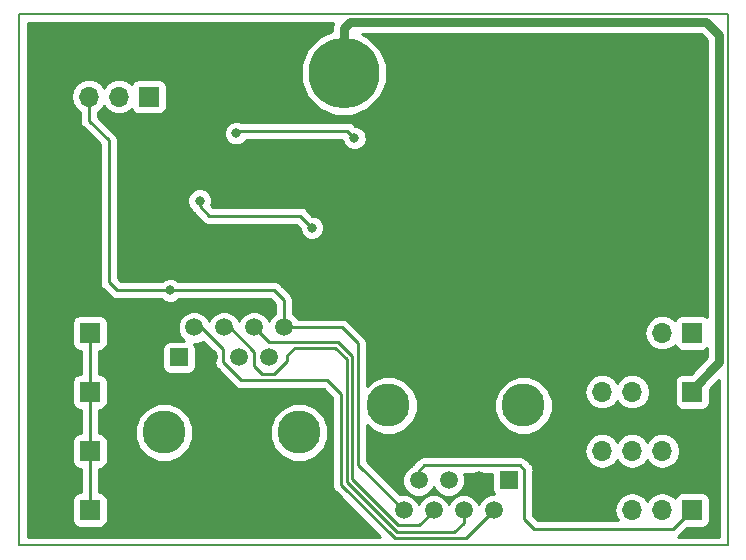
<source format=gbr>
G04 #@! TF.GenerationSoftware,KiCad,Pcbnew,(5.0.0)*
G04 #@! TF.CreationDate,2019-04-11T14:41:24-07:00*
G04 #@! TF.ProjectId,USP-Board,5553502D426F6172642E6B696361645F,rev?*
G04 #@! TF.SameCoordinates,Original*
G04 #@! TF.FileFunction,Copper,L2,Bot,Signal*
G04 #@! TF.FilePolarity,Positive*
%FSLAX46Y46*%
G04 Gerber Fmt 4.6, Leading zero omitted, Abs format (unit mm)*
G04 Created by KiCad (PCBNEW (5.0.0)) date 04/11/19 14:41:24*
%MOMM*%
%LPD*%
G01*
G04 APERTURE LIST*
G04 #@! TA.AperFunction,NonConductor*
%ADD10C,0.200000*%
G04 #@! TD*
G04 #@! TA.AperFunction,WasherPad*
%ADD11C,3.650000*%
G04 #@! TD*
G04 #@! TA.AperFunction,ComponentPad*
%ADD12R,1.500000X1.500000*%
G04 #@! TD*
G04 #@! TA.AperFunction,ComponentPad*
%ADD13C,1.500000*%
G04 #@! TD*
G04 #@! TA.AperFunction,ComponentPad*
%ADD14O,1.700000X1.700000*%
G04 #@! TD*
G04 #@! TA.AperFunction,ComponentPad*
%ADD15R,1.700000X1.700000*%
G04 #@! TD*
G04 #@! TA.AperFunction,ComponentPad*
%ADD16C,6.000000*%
G04 #@! TD*
G04 #@! TA.AperFunction,ViaPad*
%ADD17C,0.800000*%
G04 #@! TD*
G04 #@! TA.AperFunction,Conductor*
%ADD18C,0.250000*%
G04 #@! TD*
G04 #@! TA.AperFunction,Conductor*
%ADD19C,0.750000*%
G04 #@! TD*
G04 #@! TA.AperFunction,Conductor*
%ADD20C,0.254000*%
G04 #@! TD*
G04 APERTURE END LIST*
D10*
X130000000Y-135000000D02*
X130000000Y-90000000D01*
X190000000Y-135000000D02*
X130000000Y-135000000D01*
X190000000Y-90000000D02*
X190000000Y-135000000D01*
X130000000Y-90000000D02*
X190000000Y-90000000D01*
D11*
G04 #@! TO.P,J10,*
G04 #@! TO.N,*
X153715000Y-125435001D03*
X142285000Y-125435001D03*
D12*
G04 #@! TO.P,J10,1*
G04 #@! TO.N,I2C_SDA*
X143550000Y-119085001D03*
D13*
G04 #@! TO.P,J10,2*
G04 #@! TO.N,I2C_SCL*
X144820000Y-116545001D03*
G04 #@! TO.P,J10,3*
G04 #@! TO.N,GND*
X146090000Y-119085001D03*
G04 #@! TO.P,J10,4*
G04 #@! TO.N,+3V3*
X147360000Y-116545001D03*
G04 #@! TO.P,J10,5*
G04 #@! TO.N,EXT_Temp_0*
X148630000Y-119085001D03*
G04 #@! TO.P,J10,6*
G04 #@! TO.N,EXT_Temp_1*
X149900000Y-116545001D03*
G04 #@! TO.P,J10,7*
G04 #@! TO.N,EXT_PWM_LED*
X151170000Y-119085001D03*
G04 #@! TO.P,J10,8*
G04 #@! TO.N,+5V*
X152440000Y-116545001D03*
G04 #@! TD*
G04 #@! TO.P,J11,8*
G04 #@! TO.N,+5V*
X162560000Y-132035001D03*
G04 #@! TO.P,J11,7*
G04 #@! TO.N,EXT_PWM_LED*
X163830000Y-129495001D03*
G04 #@! TO.P,J11,6*
G04 #@! TO.N,EXT_Temp_1*
X165100000Y-132035001D03*
G04 #@! TO.P,J11,5*
G04 #@! TO.N,EXT_Temp_0*
X166370000Y-129495001D03*
G04 #@! TO.P,J11,4*
G04 #@! TO.N,+3V3*
X167640000Y-132035001D03*
G04 #@! TO.P,J11,3*
G04 #@! TO.N,GND*
X168910000Y-129495001D03*
G04 #@! TO.P,J11,2*
G04 #@! TO.N,I2C_SCL*
X170180000Y-132035001D03*
D12*
G04 #@! TO.P,J11,1*
G04 #@! TO.N,I2C_SDA*
X171450000Y-129495001D03*
D11*
G04 #@! TO.P,J11,*
G04 #@! TO.N,*
X172715000Y-123145001D03*
X161285000Y-123145001D03*
G04 #@! TD*
D14*
G04 #@! TO.P,J1,2*
G04 #@! TO.N,GND*
X133460000Y-132000000D03*
D15*
G04 #@! TO.P,J1,1*
G04 #@! TO.N,Leak_Probe*
X136000000Y-132000000D03*
G04 #@! TD*
G04 #@! TO.P,J2,1*
G04 #@! TO.N,Leak_Probe*
X136000000Y-122000000D03*
D14*
G04 #@! TO.P,J2,2*
G04 #@! TO.N,GND*
X133460000Y-122000000D03*
G04 #@! TD*
G04 #@! TO.P,J3,2*
G04 #@! TO.N,GND*
X133460000Y-127000000D03*
D15*
G04 #@! TO.P,J3,1*
G04 #@! TO.N,Leak_Probe*
X136000000Y-127000000D03*
G04 #@! TD*
G04 #@! TO.P,J4,1*
G04 #@! TO.N,Leak_Probe*
X136000000Y-117000000D03*
D14*
G04 #@! TO.P,J4,2*
G04 #@! TO.N,GND*
X133460000Y-117000000D03*
G04 #@! TD*
G04 #@! TO.P,J6,3*
G04 #@! TO.N,Net-(J6-Pad3)*
X181920000Y-132000000D03*
G04 #@! TO.P,J6,2*
G04 #@! TO.N,Net-(J6-Pad2)*
X184460000Y-132000000D03*
D15*
G04 #@! TO.P,J6,1*
G04 #@! TO.N,EXT_PWM_LED*
X187000000Y-132000000D03*
G04 #@! TD*
D14*
G04 #@! TO.P,J7,4*
G04 #@! TO.N,I2C_SDA*
X179380000Y-122000000D03*
G04 #@! TO.P,J7,3*
G04 #@! TO.N,I2C_SCL*
X181920000Y-122000000D03*
G04 #@! TO.P,J7,2*
G04 #@! TO.N,GND*
X184460000Y-122000000D03*
D15*
G04 #@! TO.P,J7,1*
G04 #@! TO.N,+12V*
X187000000Y-122000000D03*
G04 #@! TD*
G04 #@! TO.P,J8,1*
G04 #@! TO.N,+5V*
X187000000Y-117000000D03*
D14*
G04 #@! TO.P,J8,2*
G04 #@! TO.N,ANLG_HAL_SENS*
X184460000Y-117000000D03*
G04 #@! TO.P,J8,3*
G04 #@! TO.N,GND*
X181920000Y-117000000D03*
G04 #@! TD*
D15*
G04 #@! TO.P,J9,1*
G04 #@! TO.N,GND*
X187000000Y-127000000D03*
D14*
G04 #@! TO.P,J9,2*
G04 #@! TO.N,+3V3*
X184460000Y-127000000D03*
G04 #@! TO.P,J9,3*
G04 #@! TO.N,I2C_SCL*
X181920000Y-127000000D03*
G04 #@! TO.P,J9,4*
G04 #@! TO.N,I2C_SDA*
X179380000Y-127000000D03*
G04 #@! TD*
D15*
G04 #@! TO.P,J12,1*
G04 #@! TO.N,Net-(J12-Pad1)*
X141000000Y-97000000D03*
D14*
G04 #@! TO.P,J12,2*
G04 #@! TO.N,Net-(J12-Pad2)*
X138460000Y-97000000D03*
G04 #@! TO.P,J12,3*
G04 #@! TO.N,+5V*
X135920000Y-97000000D03*
G04 #@! TO.P,J12,4*
G04 #@! TO.N,GND*
X133380000Y-97000000D03*
G04 #@! TD*
D16*
G04 #@! TO.P,J13,1*
G04 #@! TO.N,GND*
X165000000Y-95000000D03*
G04 #@! TO.P,J13,2*
G04 #@! TO.N,+12V*
X157500000Y-95000000D03*
G04 #@! TD*
D17*
G04 #@! TO.N,+5V*
X142800000Y-113400000D03*
G04 #@! TO.N,Leak_Sig*
X145300000Y-105800000D03*
X154800000Y-108100000D03*
G04 #@! TO.N,GND*
X154900000Y-109800000D03*
X165600000Y-111800000D03*
X159700000Y-100400000D03*
X153900000Y-101600000D03*
X131600000Y-107700000D03*
X141000000Y-103900000D03*
G04 #@! TO.N,Net-(C3-Pad1)*
X148400000Y-100100000D03*
X158400000Y-100500000D03*
G04 #@! TD*
D18*
G04 #@! TO.N,+5V*
X152440000Y-116545001D02*
X152440000Y-114240000D01*
X151600000Y-113400000D02*
X142800000Y-113400000D01*
X152440000Y-114240000D02*
X151600000Y-113400000D01*
X152440000Y-116545001D02*
X157345001Y-116545001D01*
X158700000Y-128175001D02*
X162560000Y-132035001D01*
X158700000Y-117900000D02*
X158700000Y-128175001D01*
X157345001Y-116545001D02*
X158700000Y-117900000D01*
X142800000Y-113400000D02*
X138300000Y-113400000D01*
X135920000Y-99020000D02*
X135920000Y-97000000D01*
X137600000Y-100700000D02*
X135920000Y-99020000D01*
X137600000Y-112700000D02*
X137600000Y-100700000D01*
X138300000Y-113400000D02*
X137600000Y-112700000D01*
G04 #@! TO.N,Leak_Sig*
X145300000Y-106300000D02*
X145300000Y-105800000D01*
X146100000Y-107100000D02*
X145300000Y-106300000D01*
X153800000Y-107100000D02*
X146100000Y-107100000D01*
X154800000Y-108100000D02*
X153800000Y-107100000D01*
G04 #@! TO.N,GND*
X165600000Y-111800000D02*
X165600000Y-111900000D01*
G04 #@! TO.N,I2C_SCL*
X144820000Y-116545001D02*
X145445001Y-116545001D01*
X167815001Y-134400000D02*
X170180000Y-132035001D01*
X161800000Y-134400000D02*
X167815001Y-134400000D01*
X157299996Y-129899996D02*
X161800000Y-134400000D01*
X157299996Y-122199996D02*
X157299996Y-129899996D01*
X156100000Y-121000000D02*
X157299996Y-122199996D01*
X148800000Y-121000000D02*
X156100000Y-121000000D01*
X147300000Y-119500000D02*
X148800000Y-121000000D01*
X147300000Y-118400000D02*
X147300000Y-119500000D01*
X145445001Y-116545001D02*
X147300000Y-118400000D01*
G04 #@! TO.N,+3V3*
X167640000Y-132035001D02*
X167640000Y-133060000D01*
X147845001Y-116545001D02*
X147360000Y-116545001D01*
X149900000Y-118600000D02*
X147845001Y-116545001D01*
X149900000Y-119800000D02*
X149900000Y-118600000D01*
X150600000Y-120500000D02*
X149900000Y-119800000D01*
X151600000Y-120500000D02*
X150600000Y-120500000D01*
X152700000Y-119400000D02*
X151600000Y-120500000D01*
X152700000Y-118900000D02*
X152700000Y-119400000D01*
X153349998Y-118250002D02*
X152700000Y-118900000D01*
X156800000Y-118250002D02*
X153349998Y-118250002D01*
X157749998Y-119200000D02*
X156800000Y-118250002D01*
X157749998Y-129649998D02*
X157749998Y-119200000D01*
X162000000Y-133900000D02*
X157749998Y-129649998D01*
X166800000Y-133900000D02*
X162000000Y-133900000D01*
X167640000Y-133060000D02*
X166800000Y-133900000D01*
G04 #@! TO.N,EXT_Temp_1*
X165100000Y-132035001D02*
X165100000Y-132100000D01*
X151154999Y-117800000D02*
X149900000Y-116545001D01*
X157000000Y-117800000D02*
X151154999Y-117800000D01*
X158200000Y-119000000D02*
X157000000Y-117800000D01*
X158200000Y-129400000D02*
X158200000Y-119000000D01*
X162100000Y-133300000D02*
X158200000Y-129400000D01*
X163900000Y-133300000D02*
X162100000Y-133300000D01*
X165100000Y-132100000D02*
X163900000Y-133300000D01*
G04 #@! TO.N,EXT_PWM_LED*
X163830000Y-129495001D02*
X163830000Y-128670000D01*
X185400000Y-133600000D02*
X187000000Y-132000000D01*
X173600000Y-133600000D02*
X185400000Y-133600000D01*
X172800000Y-132800000D02*
X173600000Y-133600000D01*
X172800000Y-128600000D02*
X172800000Y-132800000D01*
X172400000Y-128200000D02*
X172800000Y-128600000D01*
X164300000Y-128200000D02*
X172400000Y-128200000D01*
X163830000Y-128670000D02*
X164300000Y-128200000D01*
G04 #@! TO.N,Net-(C3-Pad1)*
X148600000Y-99900000D02*
X148400000Y-100100000D01*
X157800000Y-99900000D02*
X148600000Y-99900000D01*
X158400000Y-100500000D02*
X157800000Y-99900000D01*
G04 #@! TO.N,Leak_Probe*
X136000000Y-132000000D02*
X136000000Y-127000000D01*
X136000000Y-127000000D02*
X136000000Y-122000000D01*
X136000000Y-122000000D02*
X136000000Y-117000000D01*
D19*
G04 #@! TO.N,+12V*
X187000000Y-122000000D02*
X187000000Y-121800000D01*
X157500000Y-91200000D02*
X157500000Y-95000000D01*
X158000000Y-90700000D02*
X157500000Y-91200000D01*
X188200000Y-90700000D02*
X158000000Y-90700000D01*
X189300000Y-91800000D02*
X188200000Y-90700000D01*
X189300000Y-119500000D02*
X189300000Y-91800000D01*
X187000000Y-121800000D02*
X189300000Y-119500000D01*
G04 #@! TD*
D20*
G04 #@! TO.N,GND*
G36*
X156548601Y-90805919D02*
X156490000Y-91100525D01*
X156490000Y-91100529D01*
X156470214Y-91200000D01*
X156490000Y-91299471D01*
X156490000Y-91483860D01*
X155440938Y-91918396D01*
X154418396Y-92940938D01*
X153865000Y-94276954D01*
X153865000Y-95723046D01*
X154418396Y-97059062D01*
X155440938Y-98081604D01*
X156776954Y-98635000D01*
X158223046Y-98635000D01*
X159559062Y-98081604D01*
X160581604Y-97059062D01*
X161135000Y-95723046D01*
X161135000Y-94276954D01*
X160581604Y-92940938D01*
X159559062Y-91918396D01*
X159055950Y-91710000D01*
X187781645Y-91710000D01*
X188290001Y-92218357D01*
X188290000Y-115680291D01*
X188097765Y-115551843D01*
X187850000Y-115502560D01*
X186150000Y-115502560D01*
X185902235Y-115551843D01*
X185692191Y-115692191D01*
X185551843Y-115902235D01*
X185542816Y-115947619D01*
X185530625Y-115929375D01*
X185039418Y-115601161D01*
X184606256Y-115515000D01*
X184313744Y-115515000D01*
X183880582Y-115601161D01*
X183389375Y-115929375D01*
X183061161Y-116420582D01*
X182945908Y-117000000D01*
X183061161Y-117579418D01*
X183389375Y-118070625D01*
X183880582Y-118398839D01*
X184313744Y-118485000D01*
X184606256Y-118485000D01*
X185039418Y-118398839D01*
X185530625Y-118070625D01*
X185542816Y-118052381D01*
X185551843Y-118097765D01*
X185692191Y-118307809D01*
X185902235Y-118448157D01*
X186150000Y-118497440D01*
X187850000Y-118497440D01*
X188097765Y-118448157D01*
X188290000Y-118319709D01*
X188290000Y-119081645D01*
X186869085Y-120502560D01*
X186150000Y-120502560D01*
X185902235Y-120551843D01*
X185692191Y-120692191D01*
X185551843Y-120902235D01*
X185502560Y-121150000D01*
X185502560Y-122850000D01*
X185551843Y-123097765D01*
X185692191Y-123307809D01*
X185902235Y-123448157D01*
X186150000Y-123497440D01*
X187850000Y-123497440D01*
X188097765Y-123448157D01*
X188307809Y-123307809D01*
X188448157Y-123097765D01*
X188497440Y-122850000D01*
X188497440Y-121730915D01*
X189265001Y-120963354D01*
X189265001Y-134265000D01*
X185772720Y-134265000D01*
X185947929Y-134147929D01*
X185990331Y-134084470D01*
X186577361Y-133497440D01*
X187850000Y-133497440D01*
X188097765Y-133448157D01*
X188307809Y-133307809D01*
X188448157Y-133097765D01*
X188497440Y-132850000D01*
X188497440Y-131150000D01*
X188448157Y-130902235D01*
X188307809Y-130692191D01*
X188097765Y-130551843D01*
X187850000Y-130502560D01*
X186150000Y-130502560D01*
X185902235Y-130551843D01*
X185692191Y-130692191D01*
X185551843Y-130902235D01*
X185542816Y-130947619D01*
X185530625Y-130929375D01*
X185039418Y-130601161D01*
X184606256Y-130515000D01*
X184313744Y-130515000D01*
X183880582Y-130601161D01*
X183389375Y-130929375D01*
X183190000Y-131227761D01*
X182990625Y-130929375D01*
X182499418Y-130601161D01*
X182066256Y-130515000D01*
X181773744Y-130515000D01*
X181340582Y-130601161D01*
X180849375Y-130929375D01*
X180521161Y-131420582D01*
X180405908Y-132000000D01*
X180521161Y-132579418D01*
X180695276Y-132840000D01*
X173914802Y-132840000D01*
X173560000Y-132485199D01*
X173560000Y-128674846D01*
X173574888Y-128599999D01*
X173560000Y-128525152D01*
X173560000Y-128525148D01*
X173515904Y-128303463D01*
X173347929Y-128052071D01*
X173284473Y-128009671D01*
X172990331Y-127715529D01*
X172947929Y-127652071D01*
X172696537Y-127484096D01*
X172474852Y-127440000D01*
X172474847Y-127440000D01*
X172400000Y-127425112D01*
X172325153Y-127440000D01*
X164374846Y-127440000D01*
X164299999Y-127425112D01*
X164225152Y-127440000D01*
X164225148Y-127440000D01*
X164003463Y-127484096D01*
X163752071Y-127652071D01*
X163709671Y-127715528D01*
X163345527Y-128079671D01*
X163282072Y-128122071D01*
X163239672Y-128185527D01*
X163239671Y-128185528D01*
X163188967Y-128261412D01*
X163045460Y-128320854D01*
X162655853Y-128710461D01*
X162445000Y-129219507D01*
X162445000Y-129770495D01*
X162655853Y-130279541D01*
X163045460Y-130669148D01*
X163554506Y-130880001D01*
X164105494Y-130880001D01*
X164614540Y-130669148D01*
X165004147Y-130279541D01*
X165100000Y-130048131D01*
X165195853Y-130279541D01*
X165585460Y-130669148D01*
X166094506Y-130880001D01*
X166645494Y-130880001D01*
X167154540Y-130669148D01*
X167544147Y-130279541D01*
X167755000Y-129770495D01*
X167755000Y-129219507D01*
X167647509Y-128960000D01*
X170052560Y-128960000D01*
X170052560Y-130245001D01*
X170101843Y-130492766D01*
X170206905Y-130650001D01*
X169904506Y-130650001D01*
X169395460Y-130860854D01*
X169005853Y-131250461D01*
X168910000Y-131481871D01*
X168814147Y-131250461D01*
X168424540Y-130860854D01*
X167915494Y-130650001D01*
X167364506Y-130650001D01*
X166855460Y-130860854D01*
X166465853Y-131250461D01*
X166370000Y-131481871D01*
X166274147Y-131250461D01*
X165884540Y-130860854D01*
X165375494Y-130650001D01*
X164824506Y-130650001D01*
X164315460Y-130860854D01*
X163925853Y-131250461D01*
X163830000Y-131481871D01*
X163734147Y-131250461D01*
X163344540Y-130860854D01*
X162835494Y-130650001D01*
X162284506Y-130650001D01*
X162259967Y-130660165D01*
X159460000Y-127860200D01*
X159460000Y-127000000D01*
X177865908Y-127000000D01*
X177981161Y-127579418D01*
X178309375Y-128070625D01*
X178800582Y-128398839D01*
X179233744Y-128485000D01*
X179526256Y-128485000D01*
X179959418Y-128398839D01*
X180450625Y-128070625D01*
X180650000Y-127772239D01*
X180849375Y-128070625D01*
X181340582Y-128398839D01*
X181773744Y-128485000D01*
X182066256Y-128485000D01*
X182499418Y-128398839D01*
X182990625Y-128070625D01*
X183190000Y-127772239D01*
X183389375Y-128070625D01*
X183880582Y-128398839D01*
X184313744Y-128485000D01*
X184606256Y-128485000D01*
X185039418Y-128398839D01*
X185530625Y-128070625D01*
X185858839Y-127579418D01*
X185974092Y-127000000D01*
X185858839Y-126420582D01*
X185530625Y-125929375D01*
X185039418Y-125601161D01*
X184606256Y-125515000D01*
X184313744Y-125515000D01*
X183880582Y-125601161D01*
X183389375Y-125929375D01*
X183190000Y-126227761D01*
X182990625Y-125929375D01*
X182499418Y-125601161D01*
X182066256Y-125515000D01*
X181773744Y-125515000D01*
X181340582Y-125601161D01*
X180849375Y-125929375D01*
X180650000Y-126227761D01*
X180450625Y-125929375D01*
X179959418Y-125601161D01*
X179526256Y-125515000D01*
X179233744Y-125515000D01*
X178800582Y-125601161D01*
X178309375Y-125929375D01*
X177981161Y-126420582D01*
X177865908Y-127000000D01*
X159460000Y-127000000D01*
X159460000Y-124798966D01*
X159891522Y-125230488D01*
X160795676Y-125605001D01*
X161774324Y-125605001D01*
X162678478Y-125230488D01*
X163370487Y-124538479D01*
X163745000Y-123634325D01*
X163745000Y-122655677D01*
X170255000Y-122655677D01*
X170255000Y-123634325D01*
X170629513Y-124538479D01*
X171321522Y-125230488D01*
X172225676Y-125605001D01*
X173204324Y-125605001D01*
X174108478Y-125230488D01*
X174800487Y-124538479D01*
X175175000Y-123634325D01*
X175175000Y-122655677D01*
X174903410Y-122000000D01*
X177865908Y-122000000D01*
X177981161Y-122579418D01*
X178309375Y-123070625D01*
X178800582Y-123398839D01*
X179233744Y-123485000D01*
X179526256Y-123485000D01*
X179959418Y-123398839D01*
X180450625Y-123070625D01*
X180650000Y-122772239D01*
X180849375Y-123070625D01*
X181340582Y-123398839D01*
X181773744Y-123485000D01*
X182066256Y-123485000D01*
X182499418Y-123398839D01*
X182990625Y-123070625D01*
X183318839Y-122579418D01*
X183434092Y-122000000D01*
X183318839Y-121420582D01*
X182990625Y-120929375D01*
X182499418Y-120601161D01*
X182066256Y-120515000D01*
X181773744Y-120515000D01*
X181340582Y-120601161D01*
X180849375Y-120929375D01*
X180650000Y-121227761D01*
X180450625Y-120929375D01*
X179959418Y-120601161D01*
X179526256Y-120515000D01*
X179233744Y-120515000D01*
X178800582Y-120601161D01*
X178309375Y-120929375D01*
X177981161Y-121420582D01*
X177865908Y-122000000D01*
X174903410Y-122000000D01*
X174800487Y-121751523D01*
X174108478Y-121059514D01*
X173204324Y-120685001D01*
X172225676Y-120685001D01*
X171321522Y-121059514D01*
X170629513Y-121751523D01*
X170255000Y-122655677D01*
X163745000Y-122655677D01*
X163370487Y-121751523D01*
X162678478Y-121059514D01*
X161774324Y-120685001D01*
X160795676Y-120685001D01*
X159891522Y-121059514D01*
X159460000Y-121491036D01*
X159460000Y-117974847D01*
X159474888Y-117900000D01*
X159460000Y-117825153D01*
X159460000Y-117825148D01*
X159415904Y-117603463D01*
X159247929Y-117352071D01*
X159184473Y-117309671D01*
X157935332Y-116060531D01*
X157892930Y-115997072D01*
X157641538Y-115829097D01*
X157419853Y-115785001D01*
X157419848Y-115785001D01*
X157345001Y-115770113D01*
X157270154Y-115785001D01*
X153624312Y-115785001D01*
X153614147Y-115760461D01*
X153224540Y-115370854D01*
X153200000Y-115360689D01*
X153200000Y-114314846D01*
X153214888Y-114239999D01*
X153200000Y-114165152D01*
X153200000Y-114165148D01*
X153155904Y-113943463D01*
X153114102Y-113880902D01*
X153030329Y-113755526D01*
X153030327Y-113755524D01*
X152987929Y-113692071D01*
X152924475Y-113649673D01*
X152190331Y-112915529D01*
X152147929Y-112852071D01*
X151896537Y-112684096D01*
X151674852Y-112640000D01*
X151674847Y-112640000D01*
X151600000Y-112625112D01*
X151525153Y-112640000D01*
X143503711Y-112640000D01*
X143386280Y-112522569D01*
X143005874Y-112365000D01*
X142594126Y-112365000D01*
X142213720Y-112522569D01*
X142096289Y-112640000D01*
X138614802Y-112640000D01*
X138360000Y-112385198D01*
X138360000Y-105594126D01*
X144265000Y-105594126D01*
X144265000Y-106005874D01*
X144422569Y-106386280D01*
X144571996Y-106535707D01*
X144584096Y-106596536D01*
X144752071Y-106847929D01*
X144815530Y-106890331D01*
X145509670Y-107584472D01*
X145552071Y-107647929D01*
X145615527Y-107690329D01*
X145803462Y-107815904D01*
X145851605Y-107825480D01*
X146025148Y-107860000D01*
X146025152Y-107860000D01*
X146100000Y-107874888D01*
X146174848Y-107860000D01*
X153485199Y-107860000D01*
X153765000Y-108139802D01*
X153765000Y-108305874D01*
X153922569Y-108686280D01*
X154213720Y-108977431D01*
X154594126Y-109135000D01*
X155005874Y-109135000D01*
X155386280Y-108977431D01*
X155677431Y-108686280D01*
X155835000Y-108305874D01*
X155835000Y-107894126D01*
X155677431Y-107513720D01*
X155386280Y-107222569D01*
X155005874Y-107065000D01*
X154839802Y-107065000D01*
X154390331Y-106615530D01*
X154347929Y-106552071D01*
X154096537Y-106384096D01*
X153874852Y-106340000D01*
X153874847Y-106340000D01*
X153800000Y-106325112D01*
X153725153Y-106340000D01*
X146414802Y-106340000D01*
X146260510Y-106185709D01*
X146335000Y-106005874D01*
X146335000Y-105594126D01*
X146177431Y-105213720D01*
X145886280Y-104922569D01*
X145505874Y-104765000D01*
X145094126Y-104765000D01*
X144713720Y-104922569D01*
X144422569Y-105213720D01*
X144265000Y-105594126D01*
X138360000Y-105594126D01*
X138360000Y-100774848D01*
X138374888Y-100700000D01*
X138360000Y-100625152D01*
X138360000Y-100625148D01*
X138315904Y-100403463D01*
X138315904Y-100403462D01*
X138190329Y-100215527D01*
X138147929Y-100152071D01*
X138084473Y-100109671D01*
X137868928Y-99894126D01*
X147365000Y-99894126D01*
X147365000Y-100305874D01*
X147522569Y-100686280D01*
X147813720Y-100977431D01*
X148194126Y-101135000D01*
X148605874Y-101135000D01*
X148986280Y-100977431D01*
X149277431Y-100686280D01*
X149288317Y-100660000D01*
X157365000Y-100660000D01*
X157365000Y-100705874D01*
X157522569Y-101086280D01*
X157813720Y-101377431D01*
X158194126Y-101535000D01*
X158605874Y-101535000D01*
X158986280Y-101377431D01*
X159277431Y-101086280D01*
X159435000Y-100705874D01*
X159435000Y-100294126D01*
X159277431Y-99913720D01*
X158986280Y-99622569D01*
X158605874Y-99465000D01*
X158439801Y-99465000D01*
X158390331Y-99415530D01*
X158347929Y-99352071D01*
X158096537Y-99184096D01*
X157874852Y-99140000D01*
X157874847Y-99140000D01*
X157800000Y-99125112D01*
X157725153Y-99140000D01*
X148786940Y-99140000D01*
X148605874Y-99065000D01*
X148194126Y-99065000D01*
X147813720Y-99222569D01*
X147522569Y-99513720D01*
X147365000Y-99894126D01*
X137868928Y-99894126D01*
X136680000Y-98705199D01*
X136680000Y-98278178D01*
X136990625Y-98070625D01*
X137190000Y-97772239D01*
X137389375Y-98070625D01*
X137880582Y-98398839D01*
X138313744Y-98485000D01*
X138606256Y-98485000D01*
X139039418Y-98398839D01*
X139530625Y-98070625D01*
X139542816Y-98052381D01*
X139551843Y-98097765D01*
X139692191Y-98307809D01*
X139902235Y-98448157D01*
X140150000Y-98497440D01*
X141850000Y-98497440D01*
X142097765Y-98448157D01*
X142307809Y-98307809D01*
X142448157Y-98097765D01*
X142497440Y-97850000D01*
X142497440Y-96150000D01*
X142448157Y-95902235D01*
X142307809Y-95692191D01*
X142097765Y-95551843D01*
X141850000Y-95502560D01*
X140150000Y-95502560D01*
X139902235Y-95551843D01*
X139692191Y-95692191D01*
X139551843Y-95902235D01*
X139542816Y-95947619D01*
X139530625Y-95929375D01*
X139039418Y-95601161D01*
X138606256Y-95515000D01*
X138313744Y-95515000D01*
X137880582Y-95601161D01*
X137389375Y-95929375D01*
X137190000Y-96227761D01*
X136990625Y-95929375D01*
X136499418Y-95601161D01*
X136066256Y-95515000D01*
X135773744Y-95515000D01*
X135340582Y-95601161D01*
X134849375Y-95929375D01*
X134521161Y-96420582D01*
X134405908Y-97000000D01*
X134521161Y-97579418D01*
X134849375Y-98070625D01*
X135160000Y-98278178D01*
X135160000Y-98945153D01*
X135145112Y-99020000D01*
X135160000Y-99094847D01*
X135160000Y-99094851D01*
X135204096Y-99316536D01*
X135372071Y-99567929D01*
X135435530Y-99610331D01*
X136840001Y-101014803D01*
X136840000Y-112625153D01*
X136825112Y-112700000D01*
X136840000Y-112774847D01*
X136840000Y-112774851D01*
X136884096Y-112996536D01*
X137052071Y-113247929D01*
X137115529Y-113290330D01*
X137709672Y-113884475D01*
X137752071Y-113947929D01*
X137815524Y-113990327D01*
X137815526Y-113990329D01*
X137940902Y-114074102D01*
X138003463Y-114115904D01*
X138225148Y-114160000D01*
X138225152Y-114160000D01*
X138299999Y-114174888D01*
X138374846Y-114160000D01*
X142096289Y-114160000D01*
X142213720Y-114277431D01*
X142594126Y-114435000D01*
X143005874Y-114435000D01*
X143386280Y-114277431D01*
X143503711Y-114160000D01*
X151285198Y-114160000D01*
X151680001Y-114554803D01*
X151680001Y-115360689D01*
X151655460Y-115370854D01*
X151265853Y-115760461D01*
X151170000Y-115991871D01*
X151074147Y-115760461D01*
X150684540Y-115370854D01*
X150175494Y-115160001D01*
X149624506Y-115160001D01*
X149115460Y-115370854D01*
X148725853Y-115760461D01*
X148630000Y-115991871D01*
X148534147Y-115760461D01*
X148144540Y-115370854D01*
X147635494Y-115160001D01*
X147084506Y-115160001D01*
X146575460Y-115370854D01*
X146185853Y-115760461D01*
X146090000Y-115991871D01*
X145994147Y-115760461D01*
X145604540Y-115370854D01*
X145095494Y-115160001D01*
X144544506Y-115160001D01*
X144035460Y-115370854D01*
X143645853Y-115760461D01*
X143435000Y-116269507D01*
X143435000Y-116820495D01*
X143645853Y-117329541D01*
X144003873Y-117687561D01*
X142800000Y-117687561D01*
X142552235Y-117736844D01*
X142342191Y-117877192D01*
X142201843Y-118087236D01*
X142152560Y-118335001D01*
X142152560Y-119835001D01*
X142201843Y-120082766D01*
X142342191Y-120292810D01*
X142552235Y-120433158D01*
X142800000Y-120482441D01*
X144300000Y-120482441D01*
X144547765Y-120433158D01*
X144757809Y-120292810D01*
X144898157Y-120082766D01*
X144947440Y-119835001D01*
X144947440Y-118335001D01*
X144898157Y-118087236D01*
X144793095Y-117930001D01*
X145095494Y-117930001D01*
X145561977Y-117736778D01*
X146540000Y-118714802D01*
X146540001Y-119425149D01*
X146525112Y-119500000D01*
X146584097Y-119796537D01*
X146688022Y-119952071D01*
X146752072Y-120047929D01*
X146815528Y-120090329D01*
X148209673Y-121484476D01*
X148252071Y-121547929D01*
X148315524Y-121590327D01*
X148315526Y-121590329D01*
X148407924Y-121652067D01*
X148503463Y-121715904D01*
X148725148Y-121760000D01*
X148725152Y-121760000D01*
X148799999Y-121774888D01*
X148874846Y-121760000D01*
X155785199Y-121760000D01*
X156539996Y-122514798D01*
X156539997Y-129825144D01*
X156525108Y-129899996D01*
X156539997Y-129974848D01*
X156584093Y-130196533D01*
X156752068Y-130447925D01*
X156815524Y-130490325D01*
X160590198Y-134265000D01*
X130735000Y-134265000D01*
X130735000Y-116150000D01*
X134502560Y-116150000D01*
X134502560Y-117850000D01*
X134551843Y-118097765D01*
X134692191Y-118307809D01*
X134902235Y-118448157D01*
X135150000Y-118497440D01*
X135240001Y-118497440D01*
X135240000Y-120502560D01*
X135150000Y-120502560D01*
X134902235Y-120551843D01*
X134692191Y-120692191D01*
X134551843Y-120902235D01*
X134502560Y-121150000D01*
X134502560Y-122850000D01*
X134551843Y-123097765D01*
X134692191Y-123307809D01*
X134902235Y-123448157D01*
X135150000Y-123497440D01*
X135240001Y-123497440D01*
X135240000Y-125502560D01*
X135150000Y-125502560D01*
X134902235Y-125551843D01*
X134692191Y-125692191D01*
X134551843Y-125902235D01*
X134502560Y-126150000D01*
X134502560Y-127850000D01*
X134551843Y-128097765D01*
X134692191Y-128307809D01*
X134902235Y-128448157D01*
X135150000Y-128497440D01*
X135240001Y-128497440D01*
X135240000Y-130502560D01*
X135150000Y-130502560D01*
X134902235Y-130551843D01*
X134692191Y-130692191D01*
X134551843Y-130902235D01*
X134502560Y-131150000D01*
X134502560Y-132850000D01*
X134551843Y-133097765D01*
X134692191Y-133307809D01*
X134902235Y-133448157D01*
X135150000Y-133497440D01*
X136850000Y-133497440D01*
X137097765Y-133448157D01*
X137307809Y-133307809D01*
X137448157Y-133097765D01*
X137497440Y-132850000D01*
X137497440Y-131150000D01*
X137448157Y-130902235D01*
X137307809Y-130692191D01*
X137097765Y-130551843D01*
X136850000Y-130502560D01*
X136760000Y-130502560D01*
X136760000Y-128497440D01*
X136850000Y-128497440D01*
X137097765Y-128448157D01*
X137307809Y-128307809D01*
X137448157Y-128097765D01*
X137497440Y-127850000D01*
X137497440Y-126150000D01*
X137448157Y-125902235D01*
X137307809Y-125692191D01*
X137097765Y-125551843D01*
X136850000Y-125502560D01*
X136760000Y-125502560D01*
X136760000Y-124945677D01*
X139825000Y-124945677D01*
X139825000Y-125924325D01*
X140199513Y-126828479D01*
X140891522Y-127520488D01*
X141795676Y-127895001D01*
X142774324Y-127895001D01*
X143678478Y-127520488D01*
X144370487Y-126828479D01*
X144745000Y-125924325D01*
X144745000Y-124945677D01*
X151255000Y-124945677D01*
X151255000Y-125924325D01*
X151629513Y-126828479D01*
X152321522Y-127520488D01*
X153225676Y-127895001D01*
X154204324Y-127895001D01*
X155108478Y-127520488D01*
X155800487Y-126828479D01*
X156175000Y-125924325D01*
X156175000Y-124945677D01*
X155800487Y-124041523D01*
X155108478Y-123349514D01*
X154204324Y-122975001D01*
X153225676Y-122975001D01*
X152321522Y-123349514D01*
X151629513Y-124041523D01*
X151255000Y-124945677D01*
X144745000Y-124945677D01*
X144370487Y-124041523D01*
X143678478Y-123349514D01*
X142774324Y-122975001D01*
X141795676Y-122975001D01*
X140891522Y-123349514D01*
X140199513Y-124041523D01*
X139825000Y-124945677D01*
X136760000Y-124945677D01*
X136760000Y-123497440D01*
X136850000Y-123497440D01*
X137097765Y-123448157D01*
X137307809Y-123307809D01*
X137448157Y-123097765D01*
X137497440Y-122850000D01*
X137497440Y-121150000D01*
X137448157Y-120902235D01*
X137307809Y-120692191D01*
X137097765Y-120551843D01*
X136850000Y-120502560D01*
X136760000Y-120502560D01*
X136760000Y-118497440D01*
X136850000Y-118497440D01*
X137097765Y-118448157D01*
X137307809Y-118307809D01*
X137448157Y-118097765D01*
X137497440Y-117850000D01*
X137497440Y-116150000D01*
X137448157Y-115902235D01*
X137307809Y-115692191D01*
X137097765Y-115551843D01*
X136850000Y-115502560D01*
X135150000Y-115502560D01*
X134902235Y-115551843D01*
X134692191Y-115692191D01*
X134551843Y-115902235D01*
X134502560Y-116150000D01*
X130735000Y-116150000D01*
X130735000Y-90735000D01*
X156595987Y-90735000D01*
X156548601Y-90805919D01*
X156548601Y-90805919D01*
G37*
X156548601Y-90805919D02*
X156490000Y-91100525D01*
X156490000Y-91100529D01*
X156470214Y-91200000D01*
X156490000Y-91299471D01*
X156490000Y-91483860D01*
X155440938Y-91918396D01*
X154418396Y-92940938D01*
X153865000Y-94276954D01*
X153865000Y-95723046D01*
X154418396Y-97059062D01*
X155440938Y-98081604D01*
X156776954Y-98635000D01*
X158223046Y-98635000D01*
X159559062Y-98081604D01*
X160581604Y-97059062D01*
X161135000Y-95723046D01*
X161135000Y-94276954D01*
X160581604Y-92940938D01*
X159559062Y-91918396D01*
X159055950Y-91710000D01*
X187781645Y-91710000D01*
X188290001Y-92218357D01*
X188290000Y-115680291D01*
X188097765Y-115551843D01*
X187850000Y-115502560D01*
X186150000Y-115502560D01*
X185902235Y-115551843D01*
X185692191Y-115692191D01*
X185551843Y-115902235D01*
X185542816Y-115947619D01*
X185530625Y-115929375D01*
X185039418Y-115601161D01*
X184606256Y-115515000D01*
X184313744Y-115515000D01*
X183880582Y-115601161D01*
X183389375Y-115929375D01*
X183061161Y-116420582D01*
X182945908Y-117000000D01*
X183061161Y-117579418D01*
X183389375Y-118070625D01*
X183880582Y-118398839D01*
X184313744Y-118485000D01*
X184606256Y-118485000D01*
X185039418Y-118398839D01*
X185530625Y-118070625D01*
X185542816Y-118052381D01*
X185551843Y-118097765D01*
X185692191Y-118307809D01*
X185902235Y-118448157D01*
X186150000Y-118497440D01*
X187850000Y-118497440D01*
X188097765Y-118448157D01*
X188290000Y-118319709D01*
X188290000Y-119081645D01*
X186869085Y-120502560D01*
X186150000Y-120502560D01*
X185902235Y-120551843D01*
X185692191Y-120692191D01*
X185551843Y-120902235D01*
X185502560Y-121150000D01*
X185502560Y-122850000D01*
X185551843Y-123097765D01*
X185692191Y-123307809D01*
X185902235Y-123448157D01*
X186150000Y-123497440D01*
X187850000Y-123497440D01*
X188097765Y-123448157D01*
X188307809Y-123307809D01*
X188448157Y-123097765D01*
X188497440Y-122850000D01*
X188497440Y-121730915D01*
X189265001Y-120963354D01*
X189265001Y-134265000D01*
X185772720Y-134265000D01*
X185947929Y-134147929D01*
X185990331Y-134084470D01*
X186577361Y-133497440D01*
X187850000Y-133497440D01*
X188097765Y-133448157D01*
X188307809Y-133307809D01*
X188448157Y-133097765D01*
X188497440Y-132850000D01*
X188497440Y-131150000D01*
X188448157Y-130902235D01*
X188307809Y-130692191D01*
X188097765Y-130551843D01*
X187850000Y-130502560D01*
X186150000Y-130502560D01*
X185902235Y-130551843D01*
X185692191Y-130692191D01*
X185551843Y-130902235D01*
X185542816Y-130947619D01*
X185530625Y-130929375D01*
X185039418Y-130601161D01*
X184606256Y-130515000D01*
X184313744Y-130515000D01*
X183880582Y-130601161D01*
X183389375Y-130929375D01*
X183190000Y-131227761D01*
X182990625Y-130929375D01*
X182499418Y-130601161D01*
X182066256Y-130515000D01*
X181773744Y-130515000D01*
X181340582Y-130601161D01*
X180849375Y-130929375D01*
X180521161Y-131420582D01*
X180405908Y-132000000D01*
X180521161Y-132579418D01*
X180695276Y-132840000D01*
X173914802Y-132840000D01*
X173560000Y-132485199D01*
X173560000Y-128674846D01*
X173574888Y-128599999D01*
X173560000Y-128525152D01*
X173560000Y-128525148D01*
X173515904Y-128303463D01*
X173347929Y-128052071D01*
X173284473Y-128009671D01*
X172990331Y-127715529D01*
X172947929Y-127652071D01*
X172696537Y-127484096D01*
X172474852Y-127440000D01*
X172474847Y-127440000D01*
X172400000Y-127425112D01*
X172325153Y-127440000D01*
X164374846Y-127440000D01*
X164299999Y-127425112D01*
X164225152Y-127440000D01*
X164225148Y-127440000D01*
X164003463Y-127484096D01*
X163752071Y-127652071D01*
X163709671Y-127715528D01*
X163345527Y-128079671D01*
X163282072Y-128122071D01*
X163239672Y-128185527D01*
X163239671Y-128185528D01*
X163188967Y-128261412D01*
X163045460Y-128320854D01*
X162655853Y-128710461D01*
X162445000Y-129219507D01*
X162445000Y-129770495D01*
X162655853Y-130279541D01*
X163045460Y-130669148D01*
X163554506Y-130880001D01*
X164105494Y-130880001D01*
X164614540Y-130669148D01*
X165004147Y-130279541D01*
X165100000Y-130048131D01*
X165195853Y-130279541D01*
X165585460Y-130669148D01*
X166094506Y-130880001D01*
X166645494Y-130880001D01*
X167154540Y-130669148D01*
X167544147Y-130279541D01*
X167755000Y-129770495D01*
X167755000Y-129219507D01*
X167647509Y-128960000D01*
X170052560Y-128960000D01*
X170052560Y-130245001D01*
X170101843Y-130492766D01*
X170206905Y-130650001D01*
X169904506Y-130650001D01*
X169395460Y-130860854D01*
X169005853Y-131250461D01*
X168910000Y-131481871D01*
X168814147Y-131250461D01*
X168424540Y-130860854D01*
X167915494Y-130650001D01*
X167364506Y-130650001D01*
X166855460Y-130860854D01*
X166465853Y-131250461D01*
X166370000Y-131481871D01*
X166274147Y-131250461D01*
X165884540Y-130860854D01*
X165375494Y-130650001D01*
X164824506Y-130650001D01*
X164315460Y-130860854D01*
X163925853Y-131250461D01*
X163830000Y-131481871D01*
X163734147Y-131250461D01*
X163344540Y-130860854D01*
X162835494Y-130650001D01*
X162284506Y-130650001D01*
X162259967Y-130660165D01*
X159460000Y-127860200D01*
X159460000Y-127000000D01*
X177865908Y-127000000D01*
X177981161Y-127579418D01*
X178309375Y-128070625D01*
X178800582Y-128398839D01*
X179233744Y-128485000D01*
X179526256Y-128485000D01*
X179959418Y-128398839D01*
X180450625Y-128070625D01*
X180650000Y-127772239D01*
X180849375Y-128070625D01*
X181340582Y-128398839D01*
X181773744Y-128485000D01*
X182066256Y-128485000D01*
X182499418Y-128398839D01*
X182990625Y-128070625D01*
X183190000Y-127772239D01*
X183389375Y-128070625D01*
X183880582Y-128398839D01*
X184313744Y-128485000D01*
X184606256Y-128485000D01*
X185039418Y-128398839D01*
X185530625Y-128070625D01*
X185858839Y-127579418D01*
X185974092Y-127000000D01*
X185858839Y-126420582D01*
X185530625Y-125929375D01*
X185039418Y-125601161D01*
X184606256Y-125515000D01*
X184313744Y-125515000D01*
X183880582Y-125601161D01*
X183389375Y-125929375D01*
X183190000Y-126227761D01*
X182990625Y-125929375D01*
X182499418Y-125601161D01*
X182066256Y-125515000D01*
X181773744Y-125515000D01*
X181340582Y-125601161D01*
X180849375Y-125929375D01*
X180650000Y-126227761D01*
X180450625Y-125929375D01*
X179959418Y-125601161D01*
X179526256Y-125515000D01*
X179233744Y-125515000D01*
X178800582Y-125601161D01*
X178309375Y-125929375D01*
X177981161Y-126420582D01*
X177865908Y-127000000D01*
X159460000Y-127000000D01*
X159460000Y-124798966D01*
X159891522Y-125230488D01*
X160795676Y-125605001D01*
X161774324Y-125605001D01*
X162678478Y-125230488D01*
X163370487Y-124538479D01*
X163745000Y-123634325D01*
X163745000Y-122655677D01*
X170255000Y-122655677D01*
X170255000Y-123634325D01*
X170629513Y-124538479D01*
X171321522Y-125230488D01*
X172225676Y-125605001D01*
X173204324Y-125605001D01*
X174108478Y-125230488D01*
X174800487Y-124538479D01*
X175175000Y-123634325D01*
X175175000Y-122655677D01*
X174903410Y-122000000D01*
X177865908Y-122000000D01*
X177981161Y-122579418D01*
X178309375Y-123070625D01*
X178800582Y-123398839D01*
X179233744Y-123485000D01*
X179526256Y-123485000D01*
X179959418Y-123398839D01*
X180450625Y-123070625D01*
X180650000Y-122772239D01*
X180849375Y-123070625D01*
X181340582Y-123398839D01*
X181773744Y-123485000D01*
X182066256Y-123485000D01*
X182499418Y-123398839D01*
X182990625Y-123070625D01*
X183318839Y-122579418D01*
X183434092Y-122000000D01*
X183318839Y-121420582D01*
X182990625Y-120929375D01*
X182499418Y-120601161D01*
X182066256Y-120515000D01*
X181773744Y-120515000D01*
X181340582Y-120601161D01*
X180849375Y-120929375D01*
X180650000Y-121227761D01*
X180450625Y-120929375D01*
X179959418Y-120601161D01*
X179526256Y-120515000D01*
X179233744Y-120515000D01*
X178800582Y-120601161D01*
X178309375Y-120929375D01*
X177981161Y-121420582D01*
X177865908Y-122000000D01*
X174903410Y-122000000D01*
X174800487Y-121751523D01*
X174108478Y-121059514D01*
X173204324Y-120685001D01*
X172225676Y-120685001D01*
X171321522Y-121059514D01*
X170629513Y-121751523D01*
X170255000Y-122655677D01*
X163745000Y-122655677D01*
X163370487Y-121751523D01*
X162678478Y-121059514D01*
X161774324Y-120685001D01*
X160795676Y-120685001D01*
X159891522Y-121059514D01*
X159460000Y-121491036D01*
X159460000Y-117974847D01*
X159474888Y-117900000D01*
X159460000Y-117825153D01*
X159460000Y-117825148D01*
X159415904Y-117603463D01*
X159247929Y-117352071D01*
X159184473Y-117309671D01*
X157935332Y-116060531D01*
X157892930Y-115997072D01*
X157641538Y-115829097D01*
X157419853Y-115785001D01*
X157419848Y-115785001D01*
X157345001Y-115770113D01*
X157270154Y-115785001D01*
X153624312Y-115785001D01*
X153614147Y-115760461D01*
X153224540Y-115370854D01*
X153200000Y-115360689D01*
X153200000Y-114314846D01*
X153214888Y-114239999D01*
X153200000Y-114165152D01*
X153200000Y-114165148D01*
X153155904Y-113943463D01*
X153114102Y-113880902D01*
X153030329Y-113755526D01*
X153030327Y-113755524D01*
X152987929Y-113692071D01*
X152924475Y-113649673D01*
X152190331Y-112915529D01*
X152147929Y-112852071D01*
X151896537Y-112684096D01*
X151674852Y-112640000D01*
X151674847Y-112640000D01*
X151600000Y-112625112D01*
X151525153Y-112640000D01*
X143503711Y-112640000D01*
X143386280Y-112522569D01*
X143005874Y-112365000D01*
X142594126Y-112365000D01*
X142213720Y-112522569D01*
X142096289Y-112640000D01*
X138614802Y-112640000D01*
X138360000Y-112385198D01*
X138360000Y-105594126D01*
X144265000Y-105594126D01*
X144265000Y-106005874D01*
X144422569Y-106386280D01*
X144571996Y-106535707D01*
X144584096Y-106596536D01*
X144752071Y-106847929D01*
X144815530Y-106890331D01*
X145509670Y-107584472D01*
X145552071Y-107647929D01*
X145615527Y-107690329D01*
X145803462Y-107815904D01*
X145851605Y-107825480D01*
X146025148Y-107860000D01*
X146025152Y-107860000D01*
X146100000Y-107874888D01*
X146174848Y-107860000D01*
X153485199Y-107860000D01*
X153765000Y-108139802D01*
X153765000Y-108305874D01*
X153922569Y-108686280D01*
X154213720Y-108977431D01*
X154594126Y-109135000D01*
X155005874Y-109135000D01*
X155386280Y-108977431D01*
X155677431Y-108686280D01*
X155835000Y-108305874D01*
X155835000Y-107894126D01*
X155677431Y-107513720D01*
X155386280Y-107222569D01*
X155005874Y-107065000D01*
X154839802Y-107065000D01*
X154390331Y-106615530D01*
X154347929Y-106552071D01*
X154096537Y-106384096D01*
X153874852Y-106340000D01*
X153874847Y-106340000D01*
X153800000Y-106325112D01*
X153725153Y-106340000D01*
X146414802Y-106340000D01*
X146260510Y-106185709D01*
X146335000Y-106005874D01*
X146335000Y-105594126D01*
X146177431Y-105213720D01*
X145886280Y-104922569D01*
X145505874Y-104765000D01*
X145094126Y-104765000D01*
X144713720Y-104922569D01*
X144422569Y-105213720D01*
X144265000Y-105594126D01*
X138360000Y-105594126D01*
X138360000Y-100774848D01*
X138374888Y-100700000D01*
X138360000Y-100625152D01*
X138360000Y-100625148D01*
X138315904Y-100403463D01*
X138315904Y-100403462D01*
X138190329Y-100215527D01*
X138147929Y-100152071D01*
X138084473Y-100109671D01*
X137868928Y-99894126D01*
X147365000Y-99894126D01*
X147365000Y-100305874D01*
X147522569Y-100686280D01*
X147813720Y-100977431D01*
X148194126Y-101135000D01*
X148605874Y-101135000D01*
X148986280Y-100977431D01*
X149277431Y-100686280D01*
X149288317Y-100660000D01*
X157365000Y-100660000D01*
X157365000Y-100705874D01*
X157522569Y-101086280D01*
X157813720Y-101377431D01*
X158194126Y-101535000D01*
X158605874Y-101535000D01*
X158986280Y-101377431D01*
X159277431Y-101086280D01*
X159435000Y-100705874D01*
X159435000Y-100294126D01*
X159277431Y-99913720D01*
X158986280Y-99622569D01*
X158605874Y-99465000D01*
X158439801Y-99465000D01*
X158390331Y-99415530D01*
X158347929Y-99352071D01*
X158096537Y-99184096D01*
X157874852Y-99140000D01*
X157874847Y-99140000D01*
X157800000Y-99125112D01*
X157725153Y-99140000D01*
X148786940Y-99140000D01*
X148605874Y-99065000D01*
X148194126Y-99065000D01*
X147813720Y-99222569D01*
X147522569Y-99513720D01*
X147365000Y-99894126D01*
X137868928Y-99894126D01*
X136680000Y-98705199D01*
X136680000Y-98278178D01*
X136990625Y-98070625D01*
X137190000Y-97772239D01*
X137389375Y-98070625D01*
X137880582Y-98398839D01*
X138313744Y-98485000D01*
X138606256Y-98485000D01*
X139039418Y-98398839D01*
X139530625Y-98070625D01*
X139542816Y-98052381D01*
X139551843Y-98097765D01*
X139692191Y-98307809D01*
X139902235Y-98448157D01*
X140150000Y-98497440D01*
X141850000Y-98497440D01*
X142097765Y-98448157D01*
X142307809Y-98307809D01*
X142448157Y-98097765D01*
X142497440Y-97850000D01*
X142497440Y-96150000D01*
X142448157Y-95902235D01*
X142307809Y-95692191D01*
X142097765Y-95551843D01*
X141850000Y-95502560D01*
X140150000Y-95502560D01*
X139902235Y-95551843D01*
X139692191Y-95692191D01*
X139551843Y-95902235D01*
X139542816Y-95947619D01*
X139530625Y-95929375D01*
X139039418Y-95601161D01*
X138606256Y-95515000D01*
X138313744Y-95515000D01*
X137880582Y-95601161D01*
X137389375Y-95929375D01*
X137190000Y-96227761D01*
X136990625Y-95929375D01*
X136499418Y-95601161D01*
X136066256Y-95515000D01*
X135773744Y-95515000D01*
X135340582Y-95601161D01*
X134849375Y-95929375D01*
X134521161Y-96420582D01*
X134405908Y-97000000D01*
X134521161Y-97579418D01*
X134849375Y-98070625D01*
X135160000Y-98278178D01*
X135160000Y-98945153D01*
X135145112Y-99020000D01*
X135160000Y-99094847D01*
X135160000Y-99094851D01*
X135204096Y-99316536D01*
X135372071Y-99567929D01*
X135435530Y-99610331D01*
X136840001Y-101014803D01*
X136840000Y-112625153D01*
X136825112Y-112700000D01*
X136840000Y-112774847D01*
X136840000Y-112774851D01*
X136884096Y-112996536D01*
X137052071Y-113247929D01*
X137115529Y-113290330D01*
X137709672Y-113884475D01*
X137752071Y-113947929D01*
X137815524Y-113990327D01*
X137815526Y-113990329D01*
X137940902Y-114074102D01*
X138003463Y-114115904D01*
X138225148Y-114160000D01*
X138225152Y-114160000D01*
X138299999Y-114174888D01*
X138374846Y-114160000D01*
X142096289Y-114160000D01*
X142213720Y-114277431D01*
X142594126Y-114435000D01*
X143005874Y-114435000D01*
X143386280Y-114277431D01*
X143503711Y-114160000D01*
X151285198Y-114160000D01*
X151680001Y-114554803D01*
X151680001Y-115360689D01*
X151655460Y-115370854D01*
X151265853Y-115760461D01*
X151170000Y-115991871D01*
X151074147Y-115760461D01*
X150684540Y-115370854D01*
X150175494Y-115160001D01*
X149624506Y-115160001D01*
X149115460Y-115370854D01*
X148725853Y-115760461D01*
X148630000Y-115991871D01*
X148534147Y-115760461D01*
X148144540Y-115370854D01*
X147635494Y-115160001D01*
X147084506Y-115160001D01*
X146575460Y-115370854D01*
X146185853Y-115760461D01*
X146090000Y-115991871D01*
X145994147Y-115760461D01*
X145604540Y-115370854D01*
X145095494Y-115160001D01*
X144544506Y-115160001D01*
X144035460Y-115370854D01*
X143645853Y-115760461D01*
X143435000Y-116269507D01*
X143435000Y-116820495D01*
X143645853Y-117329541D01*
X144003873Y-117687561D01*
X142800000Y-117687561D01*
X142552235Y-117736844D01*
X142342191Y-117877192D01*
X142201843Y-118087236D01*
X142152560Y-118335001D01*
X142152560Y-119835001D01*
X142201843Y-120082766D01*
X142342191Y-120292810D01*
X142552235Y-120433158D01*
X142800000Y-120482441D01*
X144300000Y-120482441D01*
X144547765Y-120433158D01*
X144757809Y-120292810D01*
X144898157Y-120082766D01*
X144947440Y-119835001D01*
X144947440Y-118335001D01*
X144898157Y-118087236D01*
X144793095Y-117930001D01*
X145095494Y-117930001D01*
X145561977Y-117736778D01*
X146540000Y-118714802D01*
X146540001Y-119425149D01*
X146525112Y-119500000D01*
X146584097Y-119796537D01*
X146688022Y-119952071D01*
X146752072Y-120047929D01*
X146815528Y-120090329D01*
X148209673Y-121484476D01*
X148252071Y-121547929D01*
X148315524Y-121590327D01*
X148315526Y-121590329D01*
X148407924Y-121652067D01*
X148503463Y-121715904D01*
X148725148Y-121760000D01*
X148725152Y-121760000D01*
X148799999Y-121774888D01*
X148874846Y-121760000D01*
X155785199Y-121760000D01*
X156539996Y-122514798D01*
X156539997Y-129825144D01*
X156525108Y-129899996D01*
X156539997Y-129974848D01*
X156584093Y-130196533D01*
X156752068Y-130447925D01*
X156815524Y-130490325D01*
X160590198Y-134265000D01*
X130735000Y-134265000D01*
X130735000Y-116150000D01*
X134502560Y-116150000D01*
X134502560Y-117850000D01*
X134551843Y-118097765D01*
X134692191Y-118307809D01*
X134902235Y-118448157D01*
X135150000Y-118497440D01*
X135240001Y-118497440D01*
X135240000Y-120502560D01*
X135150000Y-120502560D01*
X134902235Y-120551843D01*
X134692191Y-120692191D01*
X134551843Y-120902235D01*
X134502560Y-121150000D01*
X134502560Y-122850000D01*
X134551843Y-123097765D01*
X134692191Y-123307809D01*
X134902235Y-123448157D01*
X135150000Y-123497440D01*
X135240001Y-123497440D01*
X135240000Y-125502560D01*
X135150000Y-125502560D01*
X134902235Y-125551843D01*
X134692191Y-125692191D01*
X134551843Y-125902235D01*
X134502560Y-126150000D01*
X134502560Y-127850000D01*
X134551843Y-128097765D01*
X134692191Y-128307809D01*
X134902235Y-128448157D01*
X135150000Y-128497440D01*
X135240001Y-128497440D01*
X135240000Y-130502560D01*
X135150000Y-130502560D01*
X134902235Y-130551843D01*
X134692191Y-130692191D01*
X134551843Y-130902235D01*
X134502560Y-131150000D01*
X134502560Y-132850000D01*
X134551843Y-133097765D01*
X134692191Y-133307809D01*
X134902235Y-133448157D01*
X135150000Y-133497440D01*
X136850000Y-133497440D01*
X137097765Y-133448157D01*
X137307809Y-133307809D01*
X137448157Y-133097765D01*
X137497440Y-132850000D01*
X137497440Y-131150000D01*
X137448157Y-130902235D01*
X137307809Y-130692191D01*
X137097765Y-130551843D01*
X136850000Y-130502560D01*
X136760000Y-130502560D01*
X136760000Y-128497440D01*
X136850000Y-128497440D01*
X137097765Y-128448157D01*
X137307809Y-128307809D01*
X137448157Y-128097765D01*
X137497440Y-127850000D01*
X137497440Y-126150000D01*
X137448157Y-125902235D01*
X137307809Y-125692191D01*
X137097765Y-125551843D01*
X136850000Y-125502560D01*
X136760000Y-125502560D01*
X136760000Y-124945677D01*
X139825000Y-124945677D01*
X139825000Y-125924325D01*
X140199513Y-126828479D01*
X140891522Y-127520488D01*
X141795676Y-127895001D01*
X142774324Y-127895001D01*
X143678478Y-127520488D01*
X144370487Y-126828479D01*
X144745000Y-125924325D01*
X144745000Y-124945677D01*
X151255000Y-124945677D01*
X151255000Y-125924325D01*
X151629513Y-126828479D01*
X152321522Y-127520488D01*
X153225676Y-127895001D01*
X154204324Y-127895001D01*
X155108478Y-127520488D01*
X155800487Y-126828479D01*
X156175000Y-125924325D01*
X156175000Y-124945677D01*
X155800487Y-124041523D01*
X155108478Y-123349514D01*
X154204324Y-122975001D01*
X153225676Y-122975001D01*
X152321522Y-123349514D01*
X151629513Y-124041523D01*
X151255000Y-124945677D01*
X144745000Y-124945677D01*
X144370487Y-124041523D01*
X143678478Y-123349514D01*
X142774324Y-122975001D01*
X141795676Y-122975001D01*
X140891522Y-123349514D01*
X140199513Y-124041523D01*
X139825000Y-124945677D01*
X136760000Y-124945677D01*
X136760000Y-123497440D01*
X136850000Y-123497440D01*
X137097765Y-123448157D01*
X137307809Y-123307809D01*
X137448157Y-123097765D01*
X137497440Y-122850000D01*
X137497440Y-121150000D01*
X137448157Y-120902235D01*
X137307809Y-120692191D01*
X137097765Y-120551843D01*
X136850000Y-120502560D01*
X136760000Y-120502560D01*
X136760000Y-118497440D01*
X136850000Y-118497440D01*
X137097765Y-118448157D01*
X137307809Y-118307809D01*
X137448157Y-118097765D01*
X137497440Y-117850000D01*
X137497440Y-116150000D01*
X137448157Y-115902235D01*
X137307809Y-115692191D01*
X137097765Y-115551843D01*
X136850000Y-115502560D01*
X135150000Y-115502560D01*
X134902235Y-115551843D01*
X134692191Y-115692191D01*
X134551843Y-115902235D01*
X134502560Y-116150000D01*
X130735000Y-116150000D01*
X130735000Y-90735000D01*
X156595987Y-90735000D01*
X156548601Y-90805919D01*
G04 #@! TD*
M02*

</source>
